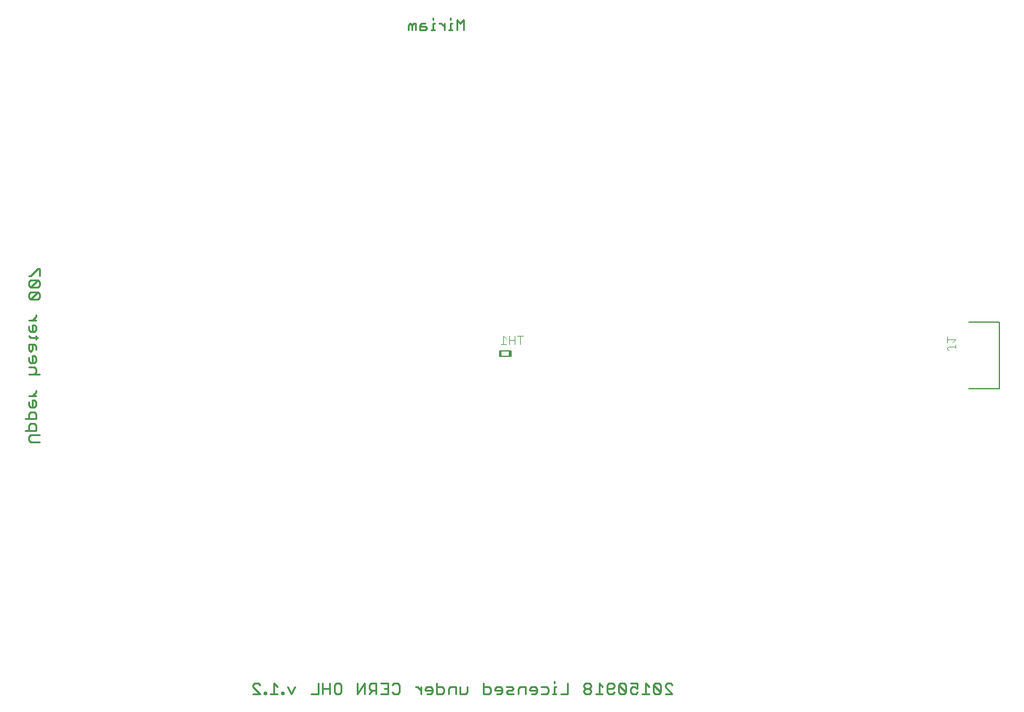
<source format=gbo>
G75*
%MOIN*%
%OFA0B0*%
%FSLAX25Y25*%
%IPPOS*%
%LPD*%
%AMOC8*
5,1,8,0,0,1.08239X$1,22.5*
%
%ADD10C,0.01100*%
%ADD11C,0.00500*%
%ADD12C,0.00400*%
D10*
X0169519Y0040602D02*
X0173455Y0040602D01*
X0169519Y0044539D01*
X0169519Y0045523D01*
X0170503Y0046507D01*
X0172471Y0046507D01*
X0173455Y0045523D01*
X0175694Y0041586D02*
X0175694Y0040602D01*
X0176678Y0040602D01*
X0176678Y0041586D01*
X0175694Y0041586D01*
X0179187Y0040602D02*
X0183124Y0040602D01*
X0181155Y0040602D02*
X0181155Y0046507D01*
X0183124Y0044539D01*
X0185362Y0041586D02*
X0185362Y0040602D01*
X0186346Y0040602D01*
X0186346Y0041586D01*
X0185362Y0041586D01*
X0188855Y0044539D02*
X0190823Y0040602D01*
X0192792Y0044539D01*
X0201746Y0040602D02*
X0205683Y0040602D01*
X0205683Y0046507D01*
X0208192Y0046507D02*
X0208192Y0040602D01*
X0208192Y0043554D02*
X0212128Y0043554D01*
X0212128Y0040602D02*
X0212128Y0046507D01*
X0214637Y0045523D02*
X0215621Y0046507D01*
X0217590Y0046507D01*
X0218574Y0045523D01*
X0218574Y0041586D01*
X0217590Y0040602D01*
X0215621Y0040602D01*
X0214637Y0041586D01*
X0214637Y0045523D01*
X0227528Y0046507D02*
X0227528Y0040602D01*
X0231465Y0046507D01*
X0231465Y0040602D01*
X0233974Y0040602D02*
X0235942Y0042570D01*
X0234958Y0042570D02*
X0237910Y0042570D01*
X0237910Y0040602D02*
X0237910Y0046507D01*
X0234958Y0046507D01*
X0233974Y0045523D01*
X0233974Y0043554D01*
X0234958Y0042570D01*
X0240419Y0040602D02*
X0244356Y0040602D01*
X0244356Y0046507D01*
X0240419Y0046507D01*
X0242387Y0043554D02*
X0244356Y0043554D01*
X0246865Y0041586D02*
X0247849Y0040602D01*
X0249817Y0040602D01*
X0250801Y0041586D01*
X0250801Y0045523D01*
X0249817Y0046507D01*
X0247849Y0046507D01*
X0246865Y0045523D01*
X0259666Y0044539D02*
X0260650Y0044539D01*
X0262618Y0042570D01*
X0262618Y0040602D02*
X0262618Y0044539D01*
X0265127Y0043554D02*
X0265127Y0042570D01*
X0269064Y0042570D01*
X0269064Y0041586D02*
X0269064Y0043554D01*
X0268079Y0044539D01*
X0266111Y0044539D01*
X0265127Y0043554D01*
X0266111Y0040602D02*
X0268079Y0040602D01*
X0269064Y0041586D01*
X0271572Y0040602D02*
X0271572Y0046507D01*
X0271572Y0044539D02*
X0274525Y0044539D01*
X0275509Y0043554D01*
X0275509Y0041586D01*
X0274525Y0040602D01*
X0271572Y0040602D01*
X0278018Y0040602D02*
X0278018Y0043554D01*
X0279002Y0044539D01*
X0281955Y0044539D01*
X0281955Y0040602D01*
X0284463Y0040602D02*
X0284463Y0044539D01*
X0288400Y0044539D02*
X0288400Y0041586D01*
X0287416Y0040602D01*
X0284463Y0040602D01*
X0297354Y0040602D02*
X0300307Y0040602D01*
X0301291Y0041586D01*
X0301291Y0043554D01*
X0300307Y0044539D01*
X0297354Y0044539D01*
X0297354Y0046507D02*
X0297354Y0040602D01*
X0303800Y0042570D02*
X0303800Y0043554D01*
X0304784Y0044539D01*
X0306752Y0044539D01*
X0307737Y0043554D01*
X0307737Y0041586D01*
X0306752Y0040602D01*
X0304784Y0040602D01*
X0303800Y0042570D02*
X0307737Y0042570D01*
X0310245Y0041586D02*
X0311229Y0042570D01*
X0313198Y0042570D01*
X0314182Y0043554D01*
X0313198Y0044539D01*
X0310245Y0044539D01*
X0310245Y0041586D02*
X0311229Y0040602D01*
X0314182Y0040602D01*
X0316691Y0040602D02*
X0316691Y0043554D01*
X0317675Y0044539D01*
X0320628Y0044539D01*
X0320628Y0040602D01*
X0323136Y0042570D02*
X0327073Y0042570D01*
X0327073Y0041586D02*
X0327073Y0043554D01*
X0326089Y0044539D01*
X0324120Y0044539D01*
X0323136Y0043554D01*
X0323136Y0042570D01*
X0324120Y0040602D02*
X0326089Y0040602D01*
X0327073Y0041586D01*
X0329582Y0040602D02*
X0332534Y0040602D01*
X0333519Y0041586D01*
X0333519Y0043554D01*
X0332534Y0044539D01*
X0329582Y0044539D01*
X0336831Y0044539D02*
X0336831Y0040602D01*
X0335847Y0040602D02*
X0337816Y0040602D01*
X0340324Y0040602D02*
X0344261Y0040602D01*
X0344261Y0046507D01*
X0337816Y0044539D02*
X0336831Y0044539D01*
X0336831Y0046507D02*
X0336831Y0047491D01*
X0353215Y0045523D02*
X0353215Y0044539D01*
X0354199Y0043554D01*
X0356168Y0043554D01*
X0357152Y0044539D01*
X0357152Y0045523D01*
X0356168Y0046507D01*
X0354199Y0046507D01*
X0353215Y0045523D01*
X0354199Y0043554D02*
X0353215Y0042570D01*
X0353215Y0041586D01*
X0354199Y0040602D01*
X0356168Y0040602D01*
X0357152Y0041586D01*
X0357152Y0042570D01*
X0356168Y0043554D01*
X0359661Y0040602D02*
X0363597Y0040602D01*
X0361629Y0040602D02*
X0361629Y0046507D01*
X0363597Y0044539D01*
X0366106Y0045523D02*
X0366106Y0041586D01*
X0367090Y0040602D01*
X0369059Y0040602D01*
X0370043Y0041586D01*
X0369059Y0043554D02*
X0366106Y0043554D01*
X0366106Y0045523D02*
X0367090Y0046507D01*
X0369059Y0046507D01*
X0370043Y0045523D01*
X0370043Y0044539D01*
X0369059Y0043554D01*
X0372552Y0041586D02*
X0373536Y0040602D01*
X0375504Y0040602D01*
X0376488Y0041586D01*
X0372552Y0045523D01*
X0372552Y0041586D01*
X0376488Y0041586D02*
X0376488Y0045523D01*
X0375504Y0046507D01*
X0373536Y0046507D01*
X0372552Y0045523D01*
X0378997Y0046507D02*
X0382934Y0046507D01*
X0382934Y0043554D01*
X0380966Y0044539D01*
X0379981Y0044539D01*
X0378997Y0043554D01*
X0378997Y0041586D01*
X0379981Y0040602D01*
X0381950Y0040602D01*
X0382934Y0041586D01*
X0385443Y0040602D02*
X0389379Y0040602D01*
X0387411Y0040602D02*
X0387411Y0046507D01*
X0389379Y0044539D01*
X0391888Y0045523D02*
X0395825Y0041586D01*
X0394841Y0040602D01*
X0392872Y0040602D01*
X0391888Y0041586D01*
X0391888Y0045523D01*
X0392872Y0046507D01*
X0394841Y0046507D01*
X0395825Y0045523D01*
X0395825Y0041586D01*
X0398334Y0040602D02*
X0402270Y0040602D01*
X0398334Y0044539D01*
X0398334Y0045523D01*
X0399318Y0046507D01*
X0401286Y0046507D01*
X0402270Y0045523D01*
X0051076Y0180613D02*
X0046155Y0180613D01*
X0045170Y0181597D01*
X0045170Y0183566D01*
X0046155Y0184550D01*
X0051076Y0184550D01*
X0049107Y0187058D02*
X0043202Y0187058D01*
X0045170Y0187058D02*
X0045170Y0190011D01*
X0046155Y0190995D01*
X0048123Y0190995D01*
X0049107Y0190011D01*
X0049107Y0187058D01*
X0049107Y0193504D02*
X0043202Y0193504D01*
X0045170Y0193504D02*
X0045170Y0196457D01*
X0046155Y0197441D01*
X0048123Y0197441D01*
X0049107Y0196457D01*
X0049107Y0193504D01*
X0048123Y0199949D02*
X0049107Y0200934D01*
X0049107Y0202902D01*
X0048123Y0203886D01*
X0047139Y0203886D01*
X0047139Y0199949D01*
X0046155Y0199949D02*
X0048123Y0199949D01*
X0046155Y0199949D02*
X0045170Y0200934D01*
X0045170Y0202902D01*
X0045170Y0206395D02*
X0049107Y0206395D01*
X0047139Y0206395D02*
X0049107Y0208363D01*
X0049107Y0209348D01*
X0048123Y0218212D02*
X0049107Y0219196D01*
X0049107Y0221164D01*
X0048123Y0222148D01*
X0045170Y0222148D01*
X0046155Y0224657D02*
X0048123Y0224657D01*
X0049107Y0225641D01*
X0049107Y0227610D01*
X0048123Y0228594D01*
X0047139Y0228594D01*
X0047139Y0224657D01*
X0046155Y0224657D02*
X0045170Y0225641D01*
X0045170Y0227610D01*
X0046155Y0231103D02*
X0047139Y0232087D01*
X0047139Y0235039D01*
X0048123Y0235039D02*
X0045170Y0235039D01*
X0045170Y0232087D01*
X0046155Y0231103D01*
X0049107Y0232087D02*
X0049107Y0234055D01*
X0048123Y0235039D01*
X0049107Y0237548D02*
X0049107Y0239517D01*
X0050091Y0238532D02*
X0046155Y0238532D01*
X0045170Y0239517D01*
X0046155Y0241845D02*
X0048123Y0241845D01*
X0049107Y0242829D01*
X0049107Y0244798D01*
X0048123Y0245782D01*
X0047139Y0245782D01*
X0047139Y0241845D01*
X0046155Y0241845D02*
X0045170Y0242829D01*
X0045170Y0244798D01*
X0045170Y0248291D02*
X0049107Y0248291D01*
X0049107Y0250259D02*
X0049107Y0251243D01*
X0049107Y0250259D02*
X0047139Y0248291D01*
X0046155Y0260107D02*
X0050091Y0264044D01*
X0046155Y0264044D01*
X0045170Y0263060D01*
X0045170Y0261092D01*
X0046155Y0260107D01*
X0050091Y0260107D01*
X0051076Y0261092D01*
X0051076Y0263060D01*
X0050091Y0264044D01*
X0050091Y0266553D02*
X0051076Y0267537D01*
X0051076Y0269505D01*
X0050091Y0270490D01*
X0046155Y0266553D01*
X0045170Y0267537D01*
X0045170Y0269505D01*
X0046155Y0270490D01*
X0050091Y0270490D01*
X0051076Y0272998D02*
X0051076Y0276935D01*
X0050091Y0276935D01*
X0046155Y0272998D01*
X0045170Y0272998D01*
X0046155Y0266553D02*
X0050091Y0266553D01*
X0051076Y0218212D02*
X0045170Y0218212D01*
X0255768Y0409500D02*
X0255768Y0412452D01*
X0256752Y0413436D01*
X0257736Y0412452D01*
X0257736Y0409500D01*
X0259704Y0409500D02*
X0259704Y0413436D01*
X0258720Y0413436D01*
X0257736Y0412452D01*
X0262213Y0412452D02*
X0262213Y0409500D01*
X0265166Y0409500D01*
X0266150Y0410484D01*
X0265166Y0411468D01*
X0262213Y0411468D01*
X0262213Y0412452D02*
X0263197Y0413436D01*
X0265166Y0413436D01*
X0269463Y0413436D02*
X0269463Y0409500D01*
X0270447Y0409500D02*
X0268478Y0409500D01*
X0269463Y0413436D02*
X0270447Y0413436D01*
X0269463Y0415405D02*
X0269463Y0416389D01*
X0272865Y0413436D02*
X0273850Y0413436D01*
X0275818Y0411468D01*
X0275818Y0409500D02*
X0275818Y0413436D01*
X0279131Y0413436D02*
X0279131Y0409500D01*
X0280115Y0409500D02*
X0278147Y0409500D01*
X0279131Y0413436D02*
X0280115Y0413436D01*
X0279131Y0415405D02*
X0279131Y0416389D01*
X0282624Y0415405D02*
X0284592Y0413436D01*
X0286560Y0415405D01*
X0286560Y0409500D01*
X0282624Y0409500D02*
X0282624Y0415405D01*
D11*
X0306349Y0231343D02*
X0306743Y0231343D01*
X0306743Y0228587D01*
X0307136Y0228194D02*
X0307136Y0231343D01*
X0306743Y0231343D01*
X0307136Y0231343D02*
X0311861Y0231343D01*
X0312254Y0231343D01*
X0312254Y0228194D01*
X0311861Y0228194D01*
X0311861Y0231343D01*
X0312254Y0231343D02*
X0312648Y0231343D01*
X0312648Y0228194D01*
X0312254Y0228194D01*
X0311861Y0228194D02*
X0307136Y0228194D01*
X0306349Y0228194D01*
X0306349Y0231343D01*
X0566815Y0247456D02*
X0583744Y0247456D01*
X0583744Y0210448D01*
X0566815Y0210448D01*
D12*
X0559454Y0233014D02*
X0559454Y0234549D01*
X0559454Y0233781D02*
X0555617Y0233781D01*
X0554850Y0233014D01*
X0554850Y0232247D01*
X0555617Y0231480D01*
X0554850Y0236083D02*
X0554850Y0239153D01*
X0554850Y0237618D02*
X0559454Y0237618D01*
X0557919Y0236083D01*
X0319298Y0239572D02*
X0316229Y0239572D01*
X0314695Y0239572D02*
X0314695Y0234969D01*
X0314695Y0237270D02*
X0311625Y0237270D01*
X0310091Y0238038D02*
X0308556Y0239572D01*
X0308556Y0234969D01*
X0310091Y0234969D02*
X0307021Y0234969D01*
X0311625Y0234969D02*
X0311625Y0239572D01*
X0317764Y0239572D02*
X0317764Y0234969D01*
M02*

</source>
